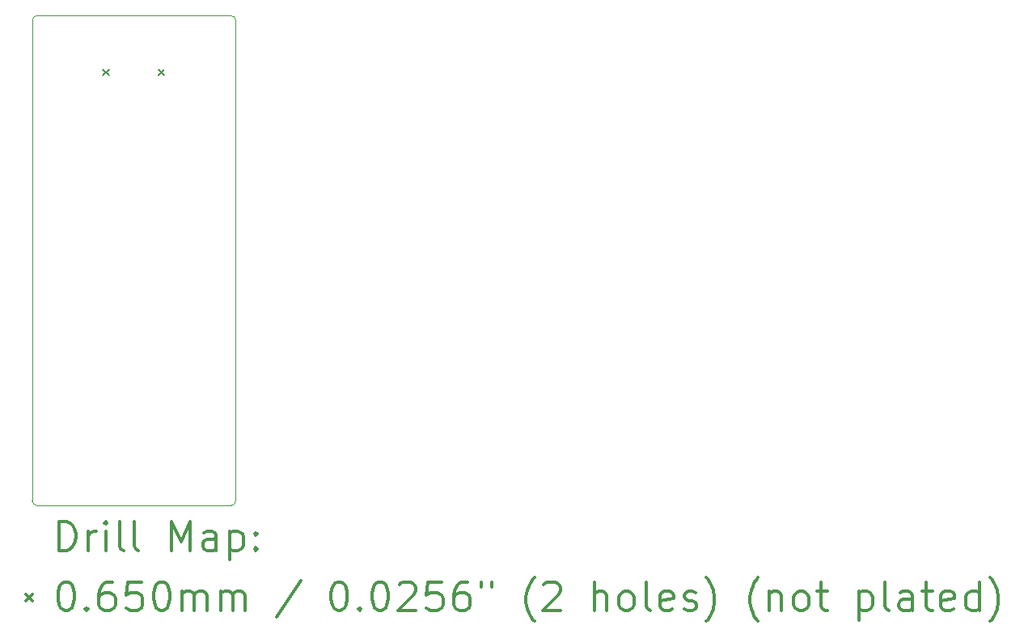
<source format=gbr>
%FSLAX45Y45*%
G04 Gerber Fmt 4.5, Leading zero omitted, Abs format (unit mm)*
G04 Created by KiCad (PCBNEW (5.1.10)-1) date 2021-09-15 22:42:11*
%MOMM*%
%LPD*%
G01*
G04 APERTURE LIST*
%TA.AperFunction,Profile*%
%ADD10C,0.050000*%
%TD*%
%ADD11C,0.200000*%
%ADD12C,0.300000*%
G04 APERTURE END LIST*
D10*
X11429000Y-10802500D02*
G75*
G02*
X11379000Y-10852500I-50000J0D01*
G01*
X9349000Y-10852500D02*
G75*
G02*
X9299000Y-10802500I0J50000D01*
G01*
X9299000Y-5772500D02*
G75*
G02*
X9349000Y-5722500I50000J0D01*
G01*
X11379000Y-5722500D02*
G75*
G02*
X11429000Y-5772500I0J-50000D01*
G01*
X11429000Y-10802500D02*
X11429000Y-5772500D01*
X9349000Y-5722500D02*
X11379000Y-5722500D01*
X9299000Y-10802500D02*
X9299000Y-5772500D01*
X9349000Y-10852500D02*
X11379000Y-10852500D01*
D11*
X10038500Y-6285000D02*
X10103500Y-6350000D01*
X10103500Y-6285000D02*
X10038500Y-6350000D01*
X10616500Y-6285000D02*
X10681500Y-6350000D01*
X10681500Y-6285000D02*
X10616500Y-6350000D01*
D12*
X9582928Y-11320714D02*
X9582928Y-11020714D01*
X9654357Y-11020714D01*
X9697214Y-11035000D01*
X9725786Y-11063572D01*
X9740071Y-11092143D01*
X9754357Y-11149286D01*
X9754357Y-11192143D01*
X9740071Y-11249286D01*
X9725786Y-11277857D01*
X9697214Y-11306429D01*
X9654357Y-11320714D01*
X9582928Y-11320714D01*
X9882928Y-11320714D02*
X9882928Y-11120714D01*
X9882928Y-11177857D02*
X9897214Y-11149286D01*
X9911500Y-11135000D01*
X9940071Y-11120714D01*
X9968643Y-11120714D01*
X10068643Y-11320714D02*
X10068643Y-11120714D01*
X10068643Y-11020714D02*
X10054357Y-11035000D01*
X10068643Y-11049286D01*
X10082928Y-11035000D01*
X10068643Y-11020714D01*
X10068643Y-11049286D01*
X10254357Y-11320714D02*
X10225786Y-11306429D01*
X10211500Y-11277857D01*
X10211500Y-11020714D01*
X10411500Y-11320714D02*
X10382928Y-11306429D01*
X10368643Y-11277857D01*
X10368643Y-11020714D01*
X10754357Y-11320714D02*
X10754357Y-11020714D01*
X10854357Y-11235000D01*
X10954357Y-11020714D01*
X10954357Y-11320714D01*
X11225786Y-11320714D02*
X11225786Y-11163572D01*
X11211500Y-11135000D01*
X11182928Y-11120714D01*
X11125786Y-11120714D01*
X11097214Y-11135000D01*
X11225786Y-11306429D02*
X11197214Y-11320714D01*
X11125786Y-11320714D01*
X11097214Y-11306429D01*
X11082928Y-11277857D01*
X11082928Y-11249286D01*
X11097214Y-11220714D01*
X11125786Y-11206429D01*
X11197214Y-11206429D01*
X11225786Y-11192143D01*
X11368643Y-11120714D02*
X11368643Y-11420714D01*
X11368643Y-11135000D02*
X11397214Y-11120714D01*
X11454357Y-11120714D01*
X11482928Y-11135000D01*
X11497214Y-11149286D01*
X11511500Y-11177857D01*
X11511500Y-11263571D01*
X11497214Y-11292143D01*
X11482928Y-11306429D01*
X11454357Y-11320714D01*
X11397214Y-11320714D01*
X11368643Y-11306429D01*
X11640071Y-11292143D02*
X11654357Y-11306429D01*
X11640071Y-11320714D01*
X11625786Y-11306429D01*
X11640071Y-11292143D01*
X11640071Y-11320714D01*
X11640071Y-11135000D02*
X11654357Y-11149286D01*
X11640071Y-11163572D01*
X11625786Y-11149286D01*
X11640071Y-11135000D01*
X11640071Y-11163572D01*
X9231500Y-11782500D02*
X9296500Y-11847500D01*
X9296500Y-11782500D02*
X9231500Y-11847500D01*
X9640071Y-11650714D02*
X9668643Y-11650714D01*
X9697214Y-11665000D01*
X9711500Y-11679286D01*
X9725786Y-11707857D01*
X9740071Y-11765000D01*
X9740071Y-11836429D01*
X9725786Y-11893571D01*
X9711500Y-11922143D01*
X9697214Y-11936429D01*
X9668643Y-11950714D01*
X9640071Y-11950714D01*
X9611500Y-11936429D01*
X9597214Y-11922143D01*
X9582928Y-11893571D01*
X9568643Y-11836429D01*
X9568643Y-11765000D01*
X9582928Y-11707857D01*
X9597214Y-11679286D01*
X9611500Y-11665000D01*
X9640071Y-11650714D01*
X9868643Y-11922143D02*
X9882928Y-11936429D01*
X9868643Y-11950714D01*
X9854357Y-11936429D01*
X9868643Y-11922143D01*
X9868643Y-11950714D01*
X10140071Y-11650714D02*
X10082928Y-11650714D01*
X10054357Y-11665000D01*
X10040071Y-11679286D01*
X10011500Y-11722143D01*
X9997214Y-11779286D01*
X9997214Y-11893571D01*
X10011500Y-11922143D01*
X10025786Y-11936429D01*
X10054357Y-11950714D01*
X10111500Y-11950714D01*
X10140071Y-11936429D01*
X10154357Y-11922143D01*
X10168643Y-11893571D01*
X10168643Y-11822143D01*
X10154357Y-11793571D01*
X10140071Y-11779286D01*
X10111500Y-11765000D01*
X10054357Y-11765000D01*
X10025786Y-11779286D01*
X10011500Y-11793571D01*
X9997214Y-11822143D01*
X10440071Y-11650714D02*
X10297214Y-11650714D01*
X10282928Y-11793571D01*
X10297214Y-11779286D01*
X10325786Y-11765000D01*
X10397214Y-11765000D01*
X10425786Y-11779286D01*
X10440071Y-11793571D01*
X10454357Y-11822143D01*
X10454357Y-11893571D01*
X10440071Y-11922143D01*
X10425786Y-11936429D01*
X10397214Y-11950714D01*
X10325786Y-11950714D01*
X10297214Y-11936429D01*
X10282928Y-11922143D01*
X10640071Y-11650714D02*
X10668643Y-11650714D01*
X10697214Y-11665000D01*
X10711500Y-11679286D01*
X10725786Y-11707857D01*
X10740071Y-11765000D01*
X10740071Y-11836429D01*
X10725786Y-11893571D01*
X10711500Y-11922143D01*
X10697214Y-11936429D01*
X10668643Y-11950714D01*
X10640071Y-11950714D01*
X10611500Y-11936429D01*
X10597214Y-11922143D01*
X10582928Y-11893571D01*
X10568643Y-11836429D01*
X10568643Y-11765000D01*
X10582928Y-11707857D01*
X10597214Y-11679286D01*
X10611500Y-11665000D01*
X10640071Y-11650714D01*
X10868643Y-11950714D02*
X10868643Y-11750714D01*
X10868643Y-11779286D02*
X10882928Y-11765000D01*
X10911500Y-11750714D01*
X10954357Y-11750714D01*
X10982928Y-11765000D01*
X10997214Y-11793571D01*
X10997214Y-11950714D01*
X10997214Y-11793571D02*
X11011500Y-11765000D01*
X11040071Y-11750714D01*
X11082928Y-11750714D01*
X11111500Y-11765000D01*
X11125786Y-11793571D01*
X11125786Y-11950714D01*
X11268643Y-11950714D02*
X11268643Y-11750714D01*
X11268643Y-11779286D02*
X11282928Y-11765000D01*
X11311500Y-11750714D01*
X11354357Y-11750714D01*
X11382928Y-11765000D01*
X11397214Y-11793571D01*
X11397214Y-11950714D01*
X11397214Y-11793571D02*
X11411500Y-11765000D01*
X11440071Y-11750714D01*
X11482928Y-11750714D01*
X11511500Y-11765000D01*
X11525786Y-11793571D01*
X11525786Y-11950714D01*
X12111500Y-11636429D02*
X11854357Y-12022143D01*
X12497214Y-11650714D02*
X12525786Y-11650714D01*
X12554357Y-11665000D01*
X12568643Y-11679286D01*
X12582928Y-11707857D01*
X12597214Y-11765000D01*
X12597214Y-11836429D01*
X12582928Y-11893571D01*
X12568643Y-11922143D01*
X12554357Y-11936429D01*
X12525786Y-11950714D01*
X12497214Y-11950714D01*
X12468643Y-11936429D01*
X12454357Y-11922143D01*
X12440071Y-11893571D01*
X12425786Y-11836429D01*
X12425786Y-11765000D01*
X12440071Y-11707857D01*
X12454357Y-11679286D01*
X12468643Y-11665000D01*
X12497214Y-11650714D01*
X12725786Y-11922143D02*
X12740071Y-11936429D01*
X12725786Y-11950714D01*
X12711500Y-11936429D01*
X12725786Y-11922143D01*
X12725786Y-11950714D01*
X12925786Y-11650714D02*
X12954357Y-11650714D01*
X12982928Y-11665000D01*
X12997214Y-11679286D01*
X13011500Y-11707857D01*
X13025786Y-11765000D01*
X13025786Y-11836429D01*
X13011500Y-11893571D01*
X12997214Y-11922143D01*
X12982928Y-11936429D01*
X12954357Y-11950714D01*
X12925786Y-11950714D01*
X12897214Y-11936429D01*
X12882928Y-11922143D01*
X12868643Y-11893571D01*
X12854357Y-11836429D01*
X12854357Y-11765000D01*
X12868643Y-11707857D01*
X12882928Y-11679286D01*
X12897214Y-11665000D01*
X12925786Y-11650714D01*
X13140071Y-11679286D02*
X13154357Y-11665000D01*
X13182928Y-11650714D01*
X13254357Y-11650714D01*
X13282928Y-11665000D01*
X13297214Y-11679286D01*
X13311500Y-11707857D01*
X13311500Y-11736429D01*
X13297214Y-11779286D01*
X13125786Y-11950714D01*
X13311500Y-11950714D01*
X13582928Y-11650714D02*
X13440071Y-11650714D01*
X13425786Y-11793571D01*
X13440071Y-11779286D01*
X13468643Y-11765000D01*
X13540071Y-11765000D01*
X13568643Y-11779286D01*
X13582928Y-11793571D01*
X13597214Y-11822143D01*
X13597214Y-11893571D01*
X13582928Y-11922143D01*
X13568643Y-11936429D01*
X13540071Y-11950714D01*
X13468643Y-11950714D01*
X13440071Y-11936429D01*
X13425786Y-11922143D01*
X13854357Y-11650714D02*
X13797214Y-11650714D01*
X13768643Y-11665000D01*
X13754357Y-11679286D01*
X13725786Y-11722143D01*
X13711500Y-11779286D01*
X13711500Y-11893571D01*
X13725786Y-11922143D01*
X13740071Y-11936429D01*
X13768643Y-11950714D01*
X13825786Y-11950714D01*
X13854357Y-11936429D01*
X13868643Y-11922143D01*
X13882928Y-11893571D01*
X13882928Y-11822143D01*
X13868643Y-11793571D01*
X13854357Y-11779286D01*
X13825786Y-11765000D01*
X13768643Y-11765000D01*
X13740071Y-11779286D01*
X13725786Y-11793571D01*
X13711500Y-11822143D01*
X13997214Y-11650714D02*
X13997214Y-11707857D01*
X14111500Y-11650714D02*
X14111500Y-11707857D01*
X14554357Y-12065000D02*
X14540071Y-12050714D01*
X14511500Y-12007857D01*
X14497214Y-11979286D01*
X14482928Y-11936429D01*
X14468643Y-11865000D01*
X14468643Y-11807857D01*
X14482928Y-11736429D01*
X14497214Y-11693571D01*
X14511500Y-11665000D01*
X14540071Y-11622143D01*
X14554357Y-11607857D01*
X14654357Y-11679286D02*
X14668643Y-11665000D01*
X14697214Y-11650714D01*
X14768643Y-11650714D01*
X14797214Y-11665000D01*
X14811500Y-11679286D01*
X14825786Y-11707857D01*
X14825786Y-11736429D01*
X14811500Y-11779286D01*
X14640071Y-11950714D01*
X14825786Y-11950714D01*
X15182928Y-11950714D02*
X15182928Y-11650714D01*
X15311500Y-11950714D02*
X15311500Y-11793571D01*
X15297214Y-11765000D01*
X15268643Y-11750714D01*
X15225786Y-11750714D01*
X15197214Y-11765000D01*
X15182928Y-11779286D01*
X15497214Y-11950714D02*
X15468643Y-11936429D01*
X15454357Y-11922143D01*
X15440071Y-11893571D01*
X15440071Y-11807857D01*
X15454357Y-11779286D01*
X15468643Y-11765000D01*
X15497214Y-11750714D01*
X15540071Y-11750714D01*
X15568643Y-11765000D01*
X15582928Y-11779286D01*
X15597214Y-11807857D01*
X15597214Y-11893571D01*
X15582928Y-11922143D01*
X15568643Y-11936429D01*
X15540071Y-11950714D01*
X15497214Y-11950714D01*
X15768643Y-11950714D02*
X15740071Y-11936429D01*
X15725786Y-11907857D01*
X15725786Y-11650714D01*
X15997214Y-11936429D02*
X15968643Y-11950714D01*
X15911500Y-11950714D01*
X15882928Y-11936429D01*
X15868643Y-11907857D01*
X15868643Y-11793571D01*
X15882928Y-11765000D01*
X15911500Y-11750714D01*
X15968643Y-11750714D01*
X15997214Y-11765000D01*
X16011500Y-11793571D01*
X16011500Y-11822143D01*
X15868643Y-11850714D01*
X16125786Y-11936429D02*
X16154357Y-11950714D01*
X16211500Y-11950714D01*
X16240071Y-11936429D01*
X16254357Y-11907857D01*
X16254357Y-11893571D01*
X16240071Y-11865000D01*
X16211500Y-11850714D01*
X16168643Y-11850714D01*
X16140071Y-11836429D01*
X16125786Y-11807857D01*
X16125786Y-11793571D01*
X16140071Y-11765000D01*
X16168643Y-11750714D01*
X16211500Y-11750714D01*
X16240071Y-11765000D01*
X16354357Y-12065000D02*
X16368643Y-12050714D01*
X16397214Y-12007857D01*
X16411500Y-11979286D01*
X16425786Y-11936429D01*
X16440071Y-11865000D01*
X16440071Y-11807857D01*
X16425786Y-11736429D01*
X16411500Y-11693571D01*
X16397214Y-11665000D01*
X16368643Y-11622143D01*
X16354357Y-11607857D01*
X16897214Y-12065000D02*
X16882928Y-12050714D01*
X16854357Y-12007857D01*
X16840071Y-11979286D01*
X16825786Y-11936429D01*
X16811500Y-11865000D01*
X16811500Y-11807857D01*
X16825786Y-11736429D01*
X16840071Y-11693571D01*
X16854357Y-11665000D01*
X16882928Y-11622143D01*
X16897214Y-11607857D01*
X17011500Y-11750714D02*
X17011500Y-11950714D01*
X17011500Y-11779286D02*
X17025786Y-11765000D01*
X17054357Y-11750714D01*
X17097214Y-11750714D01*
X17125786Y-11765000D01*
X17140071Y-11793571D01*
X17140071Y-11950714D01*
X17325786Y-11950714D02*
X17297214Y-11936429D01*
X17282928Y-11922143D01*
X17268643Y-11893571D01*
X17268643Y-11807857D01*
X17282928Y-11779286D01*
X17297214Y-11765000D01*
X17325786Y-11750714D01*
X17368643Y-11750714D01*
X17397214Y-11765000D01*
X17411500Y-11779286D01*
X17425786Y-11807857D01*
X17425786Y-11893571D01*
X17411500Y-11922143D01*
X17397214Y-11936429D01*
X17368643Y-11950714D01*
X17325786Y-11950714D01*
X17511500Y-11750714D02*
X17625786Y-11750714D01*
X17554357Y-11650714D02*
X17554357Y-11907857D01*
X17568643Y-11936429D01*
X17597214Y-11950714D01*
X17625786Y-11950714D01*
X17954357Y-11750714D02*
X17954357Y-12050714D01*
X17954357Y-11765000D02*
X17982928Y-11750714D01*
X18040071Y-11750714D01*
X18068643Y-11765000D01*
X18082928Y-11779286D01*
X18097214Y-11807857D01*
X18097214Y-11893571D01*
X18082928Y-11922143D01*
X18068643Y-11936429D01*
X18040071Y-11950714D01*
X17982928Y-11950714D01*
X17954357Y-11936429D01*
X18268643Y-11950714D02*
X18240071Y-11936429D01*
X18225786Y-11907857D01*
X18225786Y-11650714D01*
X18511500Y-11950714D02*
X18511500Y-11793571D01*
X18497214Y-11765000D01*
X18468643Y-11750714D01*
X18411500Y-11750714D01*
X18382928Y-11765000D01*
X18511500Y-11936429D02*
X18482928Y-11950714D01*
X18411500Y-11950714D01*
X18382928Y-11936429D01*
X18368643Y-11907857D01*
X18368643Y-11879286D01*
X18382928Y-11850714D01*
X18411500Y-11836429D01*
X18482928Y-11836429D01*
X18511500Y-11822143D01*
X18611500Y-11750714D02*
X18725786Y-11750714D01*
X18654357Y-11650714D02*
X18654357Y-11907857D01*
X18668643Y-11936429D01*
X18697214Y-11950714D01*
X18725786Y-11950714D01*
X18940071Y-11936429D02*
X18911500Y-11950714D01*
X18854357Y-11950714D01*
X18825786Y-11936429D01*
X18811500Y-11907857D01*
X18811500Y-11793571D01*
X18825786Y-11765000D01*
X18854357Y-11750714D01*
X18911500Y-11750714D01*
X18940071Y-11765000D01*
X18954357Y-11793571D01*
X18954357Y-11822143D01*
X18811500Y-11850714D01*
X19211500Y-11950714D02*
X19211500Y-11650714D01*
X19211500Y-11936429D02*
X19182928Y-11950714D01*
X19125786Y-11950714D01*
X19097214Y-11936429D01*
X19082928Y-11922143D01*
X19068643Y-11893571D01*
X19068643Y-11807857D01*
X19082928Y-11779286D01*
X19097214Y-11765000D01*
X19125786Y-11750714D01*
X19182928Y-11750714D01*
X19211500Y-11765000D01*
X19325786Y-12065000D02*
X19340071Y-12050714D01*
X19368643Y-12007857D01*
X19382928Y-11979286D01*
X19397214Y-11936429D01*
X19411500Y-11865000D01*
X19411500Y-11807857D01*
X19397214Y-11736429D01*
X19382928Y-11693571D01*
X19368643Y-11665000D01*
X19340071Y-11622143D01*
X19325786Y-11607857D01*
M02*

</source>
